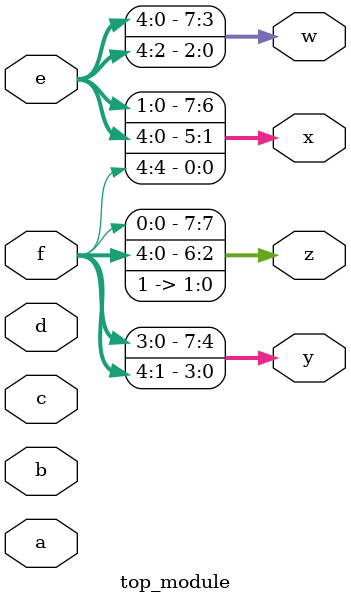
<source format=sv>
module top_module (
    input [4:0] a,
    input [4:0] b,
    input [4:0] c,
    input [4:0] d,
    input [4:0] e,
    input [4:0] f,
    output [7:0] w,
    output [7:0] x,
    output [7:0] y,
    output [7:0] z
);

assign {w, x, y, z} = {{3{a}}, {3{b}}, {3{c}}, {3{d}}, {3{e}}, {3{f}}, 2'b11};

endmodule

</source>
